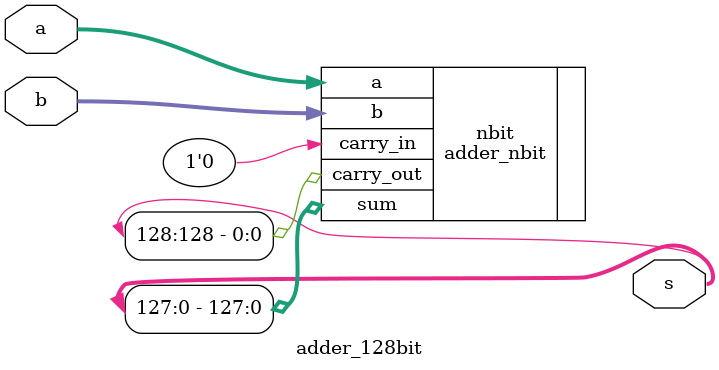
<source format=sv>
`timescale 1ns / 10ps

module adder_128bit (
    input logic [127:0]a,
    input logic [127:0]b,
    output logic [128:0]s
);
    adder_nbit #(.SIZE(128)) nbit(.a(a), .b(b), .carry_in(1'b0), .sum(s[127:0]), .carry_out(s[128]));

endmodule


</source>
